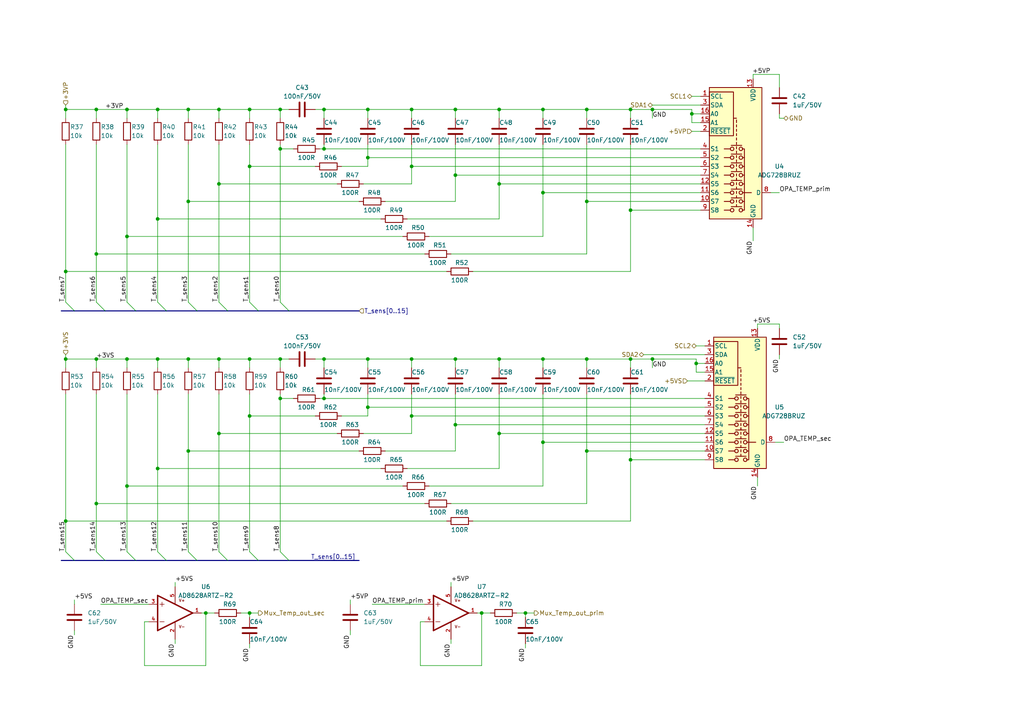
<source format=kicad_sch>
(kicad_sch (version 20230121) (generator eeschema)
  (paper "A4")
  (title_block (title "Temperature sensor input") (date "2023-12-30") (rev "V1.0") (company "Valais Wallis Racing Team") (comment 1 "Bétrisey Mattia"))
  (lib_symbols
    (symbol "AD8628ARTZ-R2:AD8628ARTZ-R2" (pin_names (offset 1.016))
      (property "Reference" "U" (at 2.54 3.175 0))
      (property "Value" "AD8628ARTZ-R2" (at 2.54 -5.08 0))
      (symbol "AD8628ARTZ-R2_0_0"
        (text "V+" (at 1.016 3.175 0) (effects (font (size 0.8128 0.8128)) (justify left bottom)))
        (text "V-" (at 1.016 -4.445 0) (effects (font (size 0.8128 0.8128)) (justify left bottom)))
        (pin output line (at 7.62 0 180) (length 2.54) (name "~") (number "1"))
        (pin power_in line (at 0 -7.62 90) (length 5.08) (name "~") (number "2"))
        (pin input line (at -7.62 2.54 0) (length 2.54) (name "~") (number "3"))
        (pin input line (at -7.62 -2.54 0) (length 2.54) (name "~") (number "4"))
        (pin power_in line (at 0 7.62 270) (length 5.08) (name "~") (number "5"))
      )
    )
    (symbol "Analog_Switch:ADG728" (pin_names (offset 0.254))
      (property "Reference" "U" (at -7.62 23.495 0))
      (property "Value" "ADG728" (at -7.62 21.59 0))
      (symbol "ADG728_1_1"
        (pin input line (at -10.16 17.78 0) (length 2.54) (name "SCL") (number "1"))
        (pin bidirectional line (at -10.16 -12.7 0) (length 2.54) (name "S7") (number "10"))
        (pin bidirectional line (at -10.16 -10.16 0) (length 2.54) (name "S6") (number "11"))
        (pin bidirectional line (at -10.16 -7.62 0) (length 2.54) (name "S5") (number "12"))
        (pin power_in line (at 5.08 22.86 270) (length 2.54) (name "VDD") (number "13"))
        (pin power_in line (at 5.08 -20.32 90) (length 2.54) (name "GND") (number "14"))
        (pin input line (at -10.16 10.16 0) (length 2.54) (name "A1") (number "15"))
        (pin input line (at -10.16 12.7 0) (length 2.54) (name "A0") (number "16"))
        (pin input line (at -10.16 7.62 0) (length 2.54) (name "~{RESET}") (number "2"))
        (pin bidirectional line (at -10.16 15.24 0) (length 2.54) (name "SDA") (number "3"))
        (pin bidirectional line (at -10.16 2.54 0) (length 2.54) (name "S1") (number "4"))
        (pin bidirectional line (at -10.16 0 0) (length 2.54) (name "S2") (number "5"))
        (pin bidirectional line (at -10.16 -2.54 0) (length 2.54) (name "S3") (number "6"))
        (pin bidirectional line (at -10.16 -5.08 0) (length 2.54) (name "S4") (number "7"))
        (pin bidirectional line (at 10.16 -10.16 180) (length 2.54) (name "D") (number "8"))
        (pin bidirectional line (at -10.16 -15.24 0) (length 2.54) (name "S8") (number "9"))
      )
    )
    (symbol "Device:C" (pin_numbers hide) (pin_names (offset 0.254))
      (property "Reference" "C" (at 0.635 2.54 0))
      (property "Value" "C" (at 0.635 -2.54 0))
      (symbol "C_1_1"
        (pin passive line (at 0 3.81 270) (length 2.794) (name "~") (number "1"))
        (pin passive line (at 0 -3.81 90) (length 2.794) (name "~") (number "2"))
      )
    )
    (symbol "Device:R" (pin_numbers hide) (pin_names (offset 0))
      (property "Reference" "R" (at 2.032 0 90))
      (property "Value" "R" (at 0 0 90))
      (symbol "R_1_1"
        (pin passive line (at 0 3.81 270) (length 1.27) (name "~") (number "1"))
        (pin passive line (at 0 -3.81 90) (length 1.27) (name "~") (number "2"))
      )
    )
  )
  (junction (at 152.4 177.8))
  (junction (at 106.68 104.14))
  (junction (at 27.94 104.14))
  (junction (at 93.98 31.75))
  (junction (at 132.08 104.14))
  (junction (at 119.38 120.65))
  (junction (at 189.23 104.14))
  (junction (at 106.68 31.75))
  (junction (at 182.88 133.35))
  (junction (at 119.38 31.75))
  (junction (at 106.68 45.72))
  (junction (at 182.88 60.96))
  (junction (at 27.94 31.75))
  (junction (at 189.23 31.75))
  (junction (at 170.18 58.42))
  (junction (at 132.08 50.8))
  (junction (at 63.5 53.34))
  (junction (at 59.69 177.8))
  (junction (at 63.5 31.75))
  (junction (at 200.66 33.02))
  (junction (at 81.28 43.18))
  (junction (at 36.83 31.75))
  (junction (at 19.05 31.75))
  (junction (at 45.72 104.14))
  (junction (at 81.28 104.14))
  (junction (at 157.48 31.75))
  (junction (at 63.5 104.14))
  (junction (at 139.7 177.8))
  (junction (at 45.72 31.75))
  (junction (at 72.39 104.14))
  (junction (at 45.72 63.5))
  (junction (at 144.78 53.34))
  (junction (at 201.93 105.41))
  (junction (at 19.05 151.13))
  (junction (at 81.28 31.75))
  (junction (at 63.5 125.73))
  (junction (at 54.61 58.42))
  (junction (at 93.98 43.18))
  (junction (at 119.38 48.26))
  (junction (at 93.98 115.57))
  (junction (at 27.94 146.05))
  (junction (at 54.61 104.14))
  (junction (at 170.18 130.81))
  (junction (at 132.08 123.19))
  (junction (at 182.88 104.14))
  (junction (at 170.18 104.14))
  (junction (at 144.78 31.75))
  (junction (at 72.39 48.26))
  (junction (at 132.08 31.75))
  (junction (at 157.48 128.27))
  (junction (at 19.05 78.74))
  (junction (at 182.88 31.75))
  (junction (at 170.18 31.75))
  (junction (at 45.72 135.89))
  (junction (at 144.78 104.14))
  (junction (at 27.94 73.66))
  (junction (at 36.83 104.14))
  (junction (at 54.61 31.75))
  (junction (at 93.98 104.14))
  (junction (at 106.68 118.11))
  (junction (at 54.61 130.81))
  (junction (at 72.39 120.65))
  (junction (at 72.39 177.8))
  (junction (at 36.83 68.58))
  (junction (at 144.78 125.73))
  (junction (at 157.48 55.88))
  (junction (at 36.83 140.97))
  (junction (at 119.38 104.14))
  (junction (at 157.48 104.14))
  (junction (at 81.28 115.57))
  (junction (at 72.39 31.75))
  (junction (at 19.05 104.14))
  (bus_entry (at 45.72 160.02) (size 2.54 2.54))
  (bus_entry (at 72.39 160.02) (size 2.54 2.54))
  (bus_entry (at 63.5 87.63) (size 2.54 2.54))
  (bus_entry (at 27.94 160.02) (size 2.54 2.54))
  (bus_entry (at 19.05 87.63) (size 2.54 2.54))
  (bus_entry (at 45.72 87.63) (size 2.54 2.54))
  (bus_entry (at 54.61 160.02) (size 2.54 2.54))
  (bus_entry (at 72.39 87.63) (size 2.54 2.54))
  (bus_entry (at 54.61 87.63) (size 2.54 2.54))
  (bus_entry (at 19.05 160.02) (size 2.54 2.54))
  (bus_entry (at 81.28 87.63) (size 2.54 2.54))
  (bus_entry (at 27.94 87.63) (size 2.54 2.54))
  (bus_entry (at 36.83 87.63) (size 2.54 2.54))
  (bus_entry (at 63.5 160.02) (size 2.54 2.54))
  (bus_entry (at 81.28 160.02) (size 2.54 2.54))
  (bus_entry (at 36.83 160.02) (size 2.54 2.54))
  (wire (pts (xy 119.38 41.91) (xy 119.38 48.26)))
  (wire (pts (xy 189.23 104.14) (xy 201.93 104.14)))
  (wire (pts (xy 118.11 135.89) (xy 144.78 135.89)))
  (wire (pts (xy 72.39 177.8) (xy 74.93 177.8)))
  (wire (pts (xy 93.98 41.91) (xy 93.98 43.18)))
  (wire (pts (xy 54.61 58.42) (xy 104.14 58.42)))
  (wire (pts (xy 45.72 63.5) (xy 45.72 87.63)))
  (wire (pts (xy 36.83 140.97) (xy 116.84 140.97)))
  (wire (pts (xy 144.78 125.73) (xy 144.78 135.89)))
  (wire (pts (xy 27.94 31.75) (xy 27.94 34.29)))
  (bus (pts (xy 39.37 90.17) (xy 48.26 90.17)))
  (wire (pts (xy 91.44 104.14) (xy 93.98 104.14)))
  (wire (pts (xy 157.48 55.88) (xy 203.2 55.88)))
  (wire (pts (xy 130.81 146.05) (xy 170.18 146.05)))
  (wire (pts (xy 119.38 114.3) (xy 119.38 120.65)))
  (wire (pts (xy 106.68 45.72) (xy 106.68 48.26)))
  (wire (pts (xy 132.08 114.3) (xy 132.08 123.19)))
  (wire (pts (xy 170.18 114.3) (xy 170.18 130.81)))
  (wire (pts (xy 50.8 168.91) (xy 50.8 170.18)))
  (wire (pts (xy 182.88 31.75) (xy 189.23 31.75)))
  (wire (pts (xy 132.08 31.75) (xy 132.08 34.29)))
  (wire (pts (xy 36.83 114.3) (xy 36.83 140.97)))
  (wire (pts (xy 27.94 104.14) (xy 19.05 104.14)))
  (wire (pts (xy 186.69 102.87) (xy 204.47 102.87)))
  (wire (pts (xy 72.39 31.75) (xy 81.28 31.75)))
  (wire (pts (xy 72.39 120.65) (xy 72.39 160.02)))
  (wire (pts (xy 72.39 31.75) (xy 72.39 34.29)))
  (wire (pts (xy 63.5 41.91) (xy 63.5 53.34)))
  (wire (pts (xy 54.61 104.14) (xy 63.5 104.14)))
  (wire (pts (xy 152.4 179.07) (xy 152.4 177.8)))
  (wire (pts (xy 72.39 179.07) (xy 72.39 177.8)))
  (wire (pts (xy 101.6 173.99) (xy 101.6 175.26)))
  (wire (pts (xy 27.94 114.3) (xy 27.94 146.05)))
  (wire (pts (xy 157.48 128.27) (xy 204.47 128.27)))
  (wire (pts (xy 199.39 110.49) (xy 204.47 110.49)))
  (wire (pts (xy 92.71 115.57) (xy 93.98 115.57)))
  (wire (pts (xy 36.83 31.75) (xy 36.83 34.29)))
  (wire (pts (xy 106.68 45.72) (xy 203.2 45.72)))
  (wire (pts (xy 106.68 114.3) (xy 106.68 118.11)))
  (wire (pts (xy 170.18 41.91) (xy 170.18 58.42)))
  (wire (pts (xy 130.81 168.91) (xy 130.81 170.18)))
  (wire (pts (xy 170.18 104.14) (xy 182.88 104.14)))
  (wire (pts (xy 50.8 185.42) (xy 50.8 186.69)))
  (bus (pts (xy 74.93 162.56) (xy 83.82 162.56)))
  (wire (pts (xy 226.06 21.59) (xy 226.06 25.4)))
  (wire (pts (xy 157.48 31.75) (xy 157.48 34.29)))
  (wire (pts (xy 132.08 50.8) (xy 132.08 58.42)))
  (wire (pts (xy 182.88 104.14) (xy 189.23 104.14)))
  (wire (pts (xy 226.06 104.14) (xy 226.06 102.87)))
  (wire (pts (xy 170.18 130.81) (xy 204.47 130.81)))
  (bus (pts (xy 39.37 162.56) (xy 48.26 162.56)))
  (wire (pts (xy 144.78 125.73) (xy 204.47 125.73)))
  (wire (pts (xy 144.78 31.75) (xy 157.48 31.75)))
  (wire (pts (xy 118.11 63.5) (xy 144.78 63.5)))
  (wire (pts (xy 59.69 177.8) (xy 62.23 177.8)))
  (wire (pts (xy 201.93 104.14) (xy 201.93 105.41)))
  (wire (pts (xy 170.18 58.42) (xy 170.18 73.66)))
  (wire (pts (xy 99.06 120.65) (xy 106.68 120.65)))
  (wire (pts (xy 27.94 31.75) (xy 36.83 31.75)))
  (wire (pts (xy 132.08 31.75) (xy 144.78 31.75)))
  (wire (pts (xy 132.08 123.19) (xy 204.47 123.19)))
  (wire (pts (xy 93.98 114.3) (xy 93.98 115.57)))
  (wire (pts (xy 130.81 73.66) (xy 170.18 73.66)))
  (wire (pts (xy 27.94 104.14) (xy 27.94 106.68)))
  (wire (pts (xy 137.16 78.74) (xy 182.88 78.74)))
  (wire (pts (xy 182.88 114.3) (xy 182.88 133.35)))
  (wire (pts (xy 130.81 185.42) (xy 130.81 186.69)))
  (bus (pts (xy 74.93 90.17) (xy 83.82 90.17)))
  (wire (pts (xy 92.71 43.18) (xy 93.98 43.18)))
  (wire (pts (xy 45.72 114.3) (xy 45.72 135.89)))
  (wire (pts (xy 63.5 31.75) (xy 72.39 31.75)))
  (wire (pts (xy 106.68 118.11) (xy 106.68 120.65)))
  (wire (pts (xy 36.83 68.58) (xy 116.84 68.58)))
  (wire (pts (xy 200.66 33.02) (xy 200.66 35.56)))
  (wire (pts (xy 189.23 104.14) (xy 189.23 106.68)))
  (wire (pts (xy 138.43 177.8) (xy 139.7 177.8)))
  (wire (pts (xy 119.38 120.65) (xy 204.47 120.65)))
  (wire (pts (xy 81.28 31.75) (xy 83.82 31.75)))
  (wire (pts (xy 152.4 187.96) (xy 152.4 186.69)))
  (wire (pts (xy 201.93 107.95) (xy 204.47 107.95)))
  (wire (pts (xy 19.05 114.3) (xy 19.05 151.13)))
  (wire (pts (xy 121.92 180.34) (xy 121.92 193.04)))
  (wire (pts (xy 19.05 78.74) (xy 129.54 78.74)))
  (wire (pts (xy 21.59 173.99) (xy 21.59 175.26)))
  (bus (pts (xy 48.26 90.17) (xy 57.15 90.17)))
  (bus (pts (xy 83.82 90.17) (xy 104.14 90.17)))
  (wire (pts (xy 182.88 104.14) (xy 182.88 106.68)))
  (wire (pts (xy 69.85 177.8) (xy 72.39 177.8)))
  (wire (pts (xy 81.28 114.3) (xy 81.28 115.57)))
  (wire (pts (xy 106.68 31.75) (xy 119.38 31.75)))
  (wire (pts (xy 124.46 140.97) (xy 157.48 140.97)))
  (wire (pts (xy 139.7 177.8) (xy 139.7 193.04)))
  (wire (pts (xy 41.91 180.34) (xy 43.18 180.34)))
  (wire (pts (xy 144.78 31.75) (xy 144.78 34.29)))
  (wire (pts (xy 170.18 31.75) (xy 182.88 31.75)))
  (wire (pts (xy 93.98 104.14) (xy 106.68 104.14)))
  (wire (pts (xy 72.39 104.14) (xy 81.28 104.14)))
  (wire (pts (xy 21.59 182.88) (xy 21.59 184.15)))
  (wire (pts (xy 149.86 177.8) (xy 152.4 177.8)))
  (bus (pts (xy 83.82 162.56) (xy 104.14 162.56)))
  (wire (pts (xy 119.38 104.14) (xy 132.08 104.14)))
  (wire (pts (xy 200.66 31.75) (xy 200.66 33.02)))
  (wire (pts (xy 27.94 104.14) (xy 36.83 104.14)))
  (wire (pts (xy 144.78 114.3) (xy 144.78 125.73)))
  (wire (pts (xy 182.88 41.91) (xy 182.88 60.96)))
  (bus (pts (xy 21.59 162.56) (xy 30.48 162.56)))
  (bus (pts (xy 57.15 162.56) (xy 66.04 162.56)))
  (wire (pts (xy 157.48 114.3) (xy 157.48 128.27)))
  (wire (pts (xy 81.28 31.75) (xy 81.28 34.29)))
  (wire (pts (xy 132.08 104.14) (xy 144.78 104.14)))
  (wire (pts (xy 19.05 151.13) (xy 129.54 151.13)))
  (wire (pts (xy 170.18 31.75) (xy 170.18 34.29)))
  (wire (pts (xy 201.93 105.41) (xy 204.47 105.41)))
  (wire (pts (xy 157.48 104.14) (xy 157.48 106.68)))
  (wire (pts (xy 27.94 73.66) (xy 27.94 87.63)))
  (wire (pts (xy 54.61 130.81) (xy 104.14 130.81)))
  (wire (pts (xy 182.88 133.35) (xy 182.88 151.13)))
  (wire (pts (xy 81.28 104.14) (xy 81.28 106.68)))
  (wire (pts (xy 54.61 31.75) (xy 54.61 34.29)))
  (wire (pts (xy 105.41 53.34) (xy 119.38 53.34)))
  (wire (pts (xy 36.83 104.14) (xy 45.72 104.14)))
  (bus (pts (xy 66.04 162.56) (xy 74.93 162.56)))
  (wire (pts (xy 157.48 31.75) (xy 170.18 31.75)))
  (wire (pts (xy 132.08 50.8) (xy 203.2 50.8)))
  (wire (pts (xy 81.28 43.18) (xy 81.28 87.63)))
  (wire (pts (xy 219.71 93.98) (xy 219.71 95.25)))
  (wire (pts (xy 182.88 60.96) (xy 182.88 78.74)))
  (wire (pts (xy 224.79 128.27) (xy 227.33 128.27)))
  (wire (pts (xy 93.98 31.75) (xy 93.98 34.29)))
  (wire (pts (xy 152.4 177.8) (xy 154.94 177.8)))
  (wire (pts (xy 226.06 33.02) (xy 226.06 34.29)))
  (wire (pts (xy 19.05 78.74) (xy 19.05 87.63)))
  (wire (pts (xy 19.05 104.14) (xy 19.05 106.68)))
  (wire (pts (xy 29.21 175.26) (xy 43.18 175.26)))
  (wire (pts (xy 106.68 104.14) (xy 106.68 106.68)))
  (bus (pts (xy 30.48 162.56) (xy 39.37 162.56)))
  (wire (pts (xy 27.94 146.05) (xy 123.19 146.05)))
  (wire (pts (xy 219.71 138.43) (xy 219.71 140.97)))
  (wire (pts (xy 106.68 104.14) (xy 119.38 104.14)))
  (wire (pts (xy 189.23 31.75) (xy 200.66 31.75)))
  (wire (pts (xy 93.98 43.18) (xy 203.2 43.18)))
  (wire (pts (xy 54.61 58.42) (xy 54.61 87.63)))
  (wire (pts (xy 93.98 104.14) (xy 93.98 106.68)))
  (wire (pts (xy 45.72 63.5) (xy 110.49 63.5)))
  (wire (pts (xy 54.61 31.75) (xy 63.5 31.75)))
  (wire (pts (xy 170.18 104.14) (xy 170.18 106.68)))
  (wire (pts (xy 72.39 48.26) (xy 91.44 48.26)))
  (wire (pts (xy 45.72 104.14) (xy 54.61 104.14)))
  (wire (pts (xy 157.48 128.27) (xy 157.48 140.97)))
  (wire (pts (xy 54.61 41.91) (xy 54.61 58.42)))
  (wire (pts (xy 81.28 115.57) (xy 85.09 115.57)))
  (wire (pts (xy 45.72 31.75) (xy 45.72 34.29)))
  (wire (pts (xy 41.91 180.34) (xy 41.91 193.04)))
  (wire (pts (xy 63.5 104.14) (xy 72.39 104.14)))
  (wire (pts (xy 101.6 182.88) (xy 101.6 184.15)))
  (wire (pts (xy 226.06 93.98) (xy 226.06 95.25)))
  (wire (pts (xy 218.44 66.04) (xy 218.44 69.85)))
  (wire (pts (xy 63.5 125.73) (xy 63.5 160.02)))
  (wire (pts (xy 27.94 146.05) (xy 27.94 160.02)))
  (wire (pts (xy 119.38 31.75) (xy 132.08 31.75)))
  (wire (pts (xy 81.28 115.57) (xy 81.28 160.02)))
  (wire (pts (xy 19.05 151.13) (xy 19.05 160.02)))
  (wire (pts (xy 72.39 187.96) (xy 72.39 186.69)))
  (wire (pts (xy 36.83 41.91) (xy 36.83 68.58)))
  (wire (pts (xy 72.39 114.3) (xy 72.39 120.65)))
  (wire (pts (xy 201.93 100.33) (xy 204.47 100.33)))
  (wire (pts (xy 139.7 177.8) (xy 142.24 177.8)))
  (wire (pts (xy 144.78 53.34) (xy 203.2 53.34)))
  (wire (pts (xy 182.88 133.35) (xy 204.47 133.35)))
  (wire (pts (xy 157.48 41.91) (xy 157.48 55.88)))
  (wire (pts (xy 144.78 104.14) (xy 157.48 104.14)))
  (wire (pts (xy 219.71 93.98) (xy 226.06 93.98)))
  (wire (pts (xy 45.72 135.89) (xy 45.72 160.02)))
  (wire (pts (xy 36.83 68.58) (xy 36.83 87.63)))
  (wire (pts (xy 19.05 31.75) (xy 27.94 31.75)))
  (wire (pts (xy 119.38 48.26) (xy 203.2 48.26)))
  (wire (pts (xy 72.39 120.65) (xy 91.44 120.65)))
  (bus (pts (xy 17.78 90.17) (xy 21.59 90.17)))
  (wire (pts (xy 200.66 38.1) (xy 203.2 38.1)))
  (wire (pts (xy 63.5 31.75) (xy 63.5 34.29)))
  (wire (pts (xy 201.93 105.41) (xy 201.93 107.95)))
  (wire (pts (xy 19.05 30.48) (xy 19.05 31.75)))
  (wire (pts (xy 105.41 125.73) (xy 119.38 125.73)))
  (wire (pts (xy 36.83 104.14) (xy 36.83 106.68)))
  (wire (pts (xy 121.92 180.34) (xy 123.19 180.34)))
  (wire (pts (xy 36.83 31.75) (xy 45.72 31.75)))
  (wire (pts (xy 107.95 175.26) (xy 123.19 175.26)))
  (wire (pts (xy 119.38 104.14) (xy 119.38 106.68)))
  (wire (pts (xy 119.38 120.65) (xy 119.38 125.73)))
  (bus (pts (xy 17.78 162.56) (xy 21.59 162.56)))
  (wire (pts (xy 45.72 104.14) (xy 45.72 106.68)))
  (wire (pts (xy 189.23 30.48) (xy 203.2 30.48)))
  (wire (pts (xy 58.42 177.8) (xy 59.69 177.8)))
  (wire (pts (xy 132.08 41.91) (xy 132.08 50.8)))
  (wire (pts (xy 121.92 193.04) (xy 139.7 193.04)))
  (wire (pts (xy 200.66 33.02) (xy 203.2 33.02)))
  (wire (pts (xy 54.61 104.14) (xy 54.61 106.68)))
  (wire (pts (xy 19.05 102.87) (xy 19.05 104.14)))
  (wire (pts (xy 59.69 177.8) (xy 59.69 193.04)))
  (wire (pts (xy 111.76 130.81) (xy 132.08 130.81)))
  (wire (pts (xy 170.18 130.81) (xy 170.18 146.05)))
  (wire (pts (xy 27.94 73.66) (xy 123.19 73.66)))
  (wire (pts (xy 144.78 41.91) (xy 144.78 53.34)))
  (wire (pts (xy 36.83 140.97) (xy 36.83 160.02)))
  (wire (pts (xy 27.94 41.91) (xy 27.94 73.66)))
  (wire (pts (xy 63.5 125.73) (xy 97.79 125.73)))
  (wire (pts (xy 137.16 151.13) (xy 182.88 151.13)))
  (wire (pts (xy 226.06 34.29) (xy 227.33 34.29)))
  (wire (pts (xy 72.39 41.91) (xy 72.39 48.26)))
  (wire (pts (xy 54.61 114.3) (xy 54.61 130.81)))
  (wire (pts (xy 132.08 104.14) (xy 132.08 106.68)))
  (wire (pts (xy 200.66 35.56) (xy 203.2 35.56)))
  (wire (pts (xy 106.68 31.75) (xy 106.68 34.29)))
  (bus (pts (xy 30.48 90.17) (xy 39.37 90.17)))
  (wire (pts (xy 54.61 130.81) (xy 54.61 160.02)))
  (wire (pts (xy 45.72 31.75) (xy 54.61 31.75)))
  (wire (pts (xy 189.23 31.75) (xy 189.23 34.29)))
  (wire (pts (xy 119.38 48.26) (xy 119.38 53.34)))
  (wire (pts (xy 19.05 31.75) (xy 19.05 34.29)))
  (wire (pts (xy 19.05 41.91) (xy 19.05 78.74)))
  (wire (pts (xy 63.5 104.14) (xy 63.5 106.68)))
  (wire (pts (xy 63.5 53.34) (xy 97.79 53.34)))
  (bus (pts (xy 48.26 162.56) (xy 57.15 162.56)))
  (wire (pts (xy 132.08 123.19) (xy 132.08 130.81)))
  (wire (pts (xy 106.68 118.11) (xy 204.47 118.11)))
  (wire (pts (xy 200.66 27.94) (xy 203.2 27.94)))
  (wire (pts (xy 72.39 104.14) (xy 72.39 106.68)))
  (wire (pts (xy 223.52 55.88) (xy 226.06 55.88)))
  (wire (pts (xy 157.48 104.14) (xy 170.18 104.14)))
  (wire (pts (xy 91.44 31.75) (xy 93.98 31.75)))
  (wire (pts (xy 41.91 193.04) (xy 59.69 193.04)))
  (wire (pts (xy 63.5 114.3) (xy 63.5 125.73)))
  (wire (pts (xy 170.18 58.42) (xy 203.2 58.42)))
  (wire (pts (xy 218.44 21.59) (xy 218.44 22.86)))
  (wire (pts (xy 182.88 31.75) (xy 182.88 34.29)))
  (wire (pts (xy 124.46 68.58) (xy 157.48 68.58)))
  (wire (pts (xy 93.98 31.75) (xy 106.68 31.75)))
  (wire (pts (xy 81.28 41.91) (xy 81.28 43.18)))
  (wire (pts (xy 81.28 43.18) (xy 85.09 43.18)))
  (wire (pts (xy 45.72 135.89) (xy 110.49 135.89)))
  (bus (pts (xy 21.59 90.17) (xy 30.48 90.17)))
  (wire (pts (xy 99.06 48.26) (xy 106.68 48.26)))
  (wire (pts (xy 106.68 41.91) (xy 106.68 45.72)))
  (wire (pts (xy 81.28 104.14) (xy 83.82 104.14)))
  (bus (pts (xy 66.04 90.17) (xy 74.93 90.17)))
  (wire (pts (xy 144.78 104.14) (xy 144.78 106.68)))
  (wire (pts (xy 111.76 58.42) (xy 132.08 58.42)))
  (wire (pts (xy 119.38 31.75) (xy 119.38 34.29)))
  (wire (pts (xy 218.44 21.59) (xy 226.06 21.59)))
  (bus (pts (xy 57.15 90.17) (xy 66.04 90.17)))
  (wire (pts (xy 72.39 48.26) (xy 72.39 87.63)))
  (wire (pts (xy 182.88 60.96) (xy 203.2 60.96)))
  (wire (pts (xy 45.72 41.91) (xy 45.72 63.5)))
  (wire (pts (xy 93.98 115.57) (xy 204.47 115.57)))
  (wire (pts (xy 157.48 55.88) (xy 157.48 68.58)))
  (wire (pts (xy 144.78 53.34) (xy 144.78 63.5)))
  (wire (pts (xy 63.5 53.34) (xy 63.5 87.63)))
  (label "T_sens2" (at 63.5 87.63 90))
  (label "T_sens8" (at 81.28 160.02 90))
  (label "GND" (at 101.6 184.15 270))
  (label "T_sens5" (at 36.83 87.63 90))
  (label "+5VP" (at 223.52 21.59 180))
  (label "T_sens4" (at 45.72 87.63 90))
  (label "+5VS" (at 50.8 168.91 0))
  (label "T_sens12" (at 45.72 160.02 90))
  (label "GND" (at 226.06 104.14 270))
  (label "T_sens1" (at 72.39 87.63 90))
  (label "OPA_TEMP_prim" (at 226.06 55.88 0))
  (label "+5VS" (at 223.52 93.98 180))
  (label "GND" (at 218.44 69.85 270))
  (label "GND" (at 219.71 140.97 270))
  (label "GND" (at 152.4 187.96 270))
  (label "+3VP" (at 30.48 31.75 0))
  (label "+5VP" (at 101.6 173.99 0))
  (label "T_sens9" (at 72.39 160.02 90))
  (label "T_sens13" (at 36.83 160.02 90))
  (label "T_sens11" (at 54.61 160.02 90))
  (label "T_sens6" (at 27.94 87.63 90))
  (label "GND" (at 72.39 187.96 270))
  (label "GND" (at 21.59 184.15 270))
  (label "T_sens0" (at 81.28 87.63 90))
  (label "T_sens14" (at 27.94 160.02 90))
  (label "OPA_TEMP_prim" (at 107.95 175.26 0))
  (label "GND" (at 189.23 106.68 0))
  (label "GND" (at 189.23 34.29 0))
  (label "T_sens10" (at 63.5 160.02 90))
  (label "+5VS" (at 21.59 173.99 0))
  (label "OPA_TEMP_sec" (at 29.21 175.26 0))
  (label "GND" (at 50.8 186.69 270))
  (label "T_sens15" (at 19.05 160.02 90))
  (label "T_sens[0..15]" (at 90.17 162.56 0))
  (label "+5VP" (at 130.81 168.91 0))
  (label "T_sens3" (at 54.61 87.63 90))
  (label "OPA_TEMP_sec" (at 227.33 128.27 0))
  (label "T_sens7" (at 19.05 87.63 90))
  (label "+3VS" (at 27.94 104.14 0))
  (label "GND" (at 130.81 186.69 270))
  (hierarchical_label "T_sens[0..15]" (shape input) (at 104.14 90.17 0))
  (hierarchical_label "SDA2" (shape bidirectional) (at 186.69 102.87 180))
  (hierarchical_label "Mux_Temp_out_prim" (shape output) (at 154.94 177.8 0))
  (hierarchical_label "+5VS" (shape input) (at 199.39 110.49 180))
  (hierarchical_label "+3VP" (shape input) (at 19.05 30.48 90))
  (hierarchical_label "SCL1" (shape bidirectional) (at 200.66 27.94 180))
  (hierarchical_label "Mux_Temp_out_sec" (shape output) (at 74.93 177.8 0))
  (hierarchical_label "+5VP" (shape input) (at 200.66 38.1 180))
  (hierarchical_label "+3VS" (shape input) (at 19.05 102.87 90))
  (hierarchical_label "SDA1" (shape bidirectional) (at 189.23 30.48 180))
  (hierarchical_label "SCL2" (shape bidirectional) (at 201.93 100.33 180))
  (hierarchical_label "GND" (shape bidirectional) (at 227.33 34.29 0))
  (symbol (lib_id "Analog_Switch:ADG728") (at 214.63 118.11 0) (unit 1)
    (property "Reference" "U5" (at 226.06 118.11 0))
    (property "Value" "ADG728BRUZ" (at 227.33 120.65 0))
    (property "Footprint" "Package_SO:TSSOP-16_4.4x5mm_P0.65mm" (effects hide))
    (property "Datasheet" "https://www.analog.com/media/en/technical-documentation/data-sheets/ADG728_729.pdf" (effects hide))
    (property "Seller" "Mouser" (effects hide))
    (property "part number" "584-ADG728BRUZ" (effects hide))
    (property "unit price" "5.63" (effects hide))
    (property "DESCRIPTION" "Multiplexer Switch ICs SERIAL I2C, 8-ch MUX" (effects hide))
    (property "Manufacturer_Name" "Analog Devices" (effects hide))
    (instances (project "BMS-Slave" (path "" (reference "U5") (unit 1)) (path "" (reference "U14") (unit 1))))
  )
  (symbol (lib_id "Device:C") (at 144.78 110.49 0) (unit 1)
    (property "Reference" "C58" (at 144.78 107.95 0) (effects (justify left)))
    (property "Value" "10nF/100V" (at 144.78 113.03 0) (effects (justify left)))
    (property "Footprint" "Capacitor_SMD:C_0603_1608Metric" (effects hide))
    (property "part number" "generic" (effects hide))
    (property "DESCRIPTION" "Capa 10nF/100V" (effects hide))
    (instances (project "BMS-Slave" (path "" (reference "C58") (unit 1)) (path "" (reference "C131") (unit 1))))
  )
  (symbol (lib_id "Device:R") (at 95.25 120.65 90) (unit 1)
    (property "Reference" "R62" (at 97.79 118.11 90) (effects (justify left)))
    (property "Value" "100R" (at 97.79 123.19 90) (effects (justify left)))
    (property "Footprint" "Resistor_SMD:R_0603_1608Metric" (effects hide))
    (property "part number" "generic" (effects hide))
    (property "DESCRIPTION" "Resistor SMD 100R 0603" (effects hide))
    (instances (project "BMS-Slave" (path "" (reference "R62") (unit 1)) (path "" (reference "R230") (unit 1))))
  )
  (symbol (lib_id "Device:C") (at 226.06 99.06 0) (unit 1)
    (property "Reference" "C52" (at 229.87 97.79 0) (effects (justify left)))
    (property "Value" "1uF/50V" (at 229.87 100.33 0) (effects (justify left)))
    (property "Footprint" "Capacitor_SMD:C_0603_1608Metric" (effects hide))
    (property "part number" "generic" (effects hide))
    (property "DESCRIPTION" "Capa 1uF/50V" (effects hide))
    (instances (project "BMS-Slave" (path "" (reference "C52") (unit 1)) (path "" (reference "C125") (unit 1))))
  )
  (symbol (lib_id "AD8628ARTZ-R2:AD8628ARTZ-R2") (at 50.8 177.8 0) (unit 1)
    (property "Reference" "U6" (at 59.69 170.18 0))
    (property "Value" "AD8628ARTZ-R2" (at 59.69 172.72 0))
    (property "Footprint" "AD8628ARTZ-R2:SOT95P280X145-5N" (effects hide))
    (property "MF" "Analog Devices" (effects hide))
    (property "DESCRIPTION" "SP Amp Chopper Stabilization Single R-R I/O ±2.5V/5V 5-Pin SOT-23 T/R" (effects hide))
    (property "PACKAGE" "SOT-23-5 Analog Devices" (effects hide))
    (property "PRICE" "None" (effects hide))
    (property "Package" "SOT-5 Analog Devices" (effects hide))
    (property "Check_prices" "https://www.snapeda.com/parts/AD8628ARTZ-R2/Analog+Devices/view-part/?ref=eda" (effects hide))
    (property "Price" "None" (effects hide))
    (property "SnapEDA_Link" "https://www.snapeda.com/parts/AD8628ARTZ-R2/Analog+Devices/view-part/?ref=snap" (effects hide))
    (property "MP" "AD8628ARTZ-R2" (effects hide))
    (property "Purchase-URL" "https://www.snapeda.com/api/url_track_click_mouser/?unipart_id=359169&manufacturer=Analog Devices&part_name=AD8628ARTZ-R2&search_term=None" (effects hide))
    (property "Availability" "In Stock" (effects hide))
    (property "AVAILABILITY" "Unavailable" (effects hide))
    (property "Description" "\nZero-Drift, Single-Supply, Rail-to-Rail Input/Output Operational Amplifier\n" (effects hide))
    (property "Seller" "Mouser" (effects hide))
    (property "part number" "584-AD8628ARTZ-R2" (effects hide))
    (property "unit price" "4.01" (effects hide))
    (property "Manufacturer_Name" "Analog Devices" (effects hide))
    (instances (project "BMS-Slave" (path "" (reference "U6") (unit 1)) (path "" (reference "U15") (unit 1))))
  )
  (symbol (lib_id "Device:C") (at 152.4 182.88 0) (unit 1)
    (property "Reference" "C65" (at 152.4 180.34 0) (effects (justify left)))
    (property "Value" "10nF/100V" (at 152.4 185.42 0) (effects (justify left)))
    (property "Footprint" "Capacitor_SMD:C_0603_1608Metric" (effects hide))
    (property "part number" "generic" (effects hide))
    (property "DESCRIPTION" "Capa 10nF/100V" (effects hide))
    (instances (project "BMS-Slave" (path "" (reference "C65") (unit 1)) (path "" (reference "C138") (unit 1))))
  )
  (symbol (lib_id "Device:R") (at 101.6 125.73 90) (unit 1)
    (property "Reference" "R63" (at 104.14 123.19 90) (effects (justify left)))
    (property "Value" "100R" (at 104.14 128.27 90) (effects (justify left)))
    (property "Footprint" "Resistor_SMD:R_0603_1608Metric" (effects hide))
    (property "part number" "generic" (effects hide))
    (property "DESCRIPTION" "Resistor SMD 100R 0603" (effects hide))
    (instances (project "BMS-Slave" (path "" (reference "R63") (unit 1)) (path "" (reference "R231") (unit 1))))
  )
  (symbol (lib_id "Device:R") (at 45.72 38.1 0) (unit 1)
    (property "Reference" "R40" (at 46.99 36.83 0) (effects (justify left)))
    (property "Value" "10k" (at 46.99 39.37 0) (effects (justify left)))
    (property "Footprint" "Resistor_SMD:R_0603_1608Metric" (effects hide))
    (property "part number" "generic" (effects hide))
    (property "DESCRIPTION" "Resistor SMD 10k 0603" (effects hide))
    (instances (project "BMS-Slave" (path "" (reference "R40") (unit 1)) (path "" (reference "R208") (unit 1))))
  )
  (symbol (lib_id "Device:C") (at 182.88 110.49 0) (unit 1)
    (property "Reference" "C61" (at 182.88 107.95 0) (effects (justify left)))
    (property "Value" "10nF/100V" (at 182.88 113.03 0) (effects (justify left)))
    (property "Footprint" "Capacitor_SMD:C_0603_1608Metric" (effects hide))
    (property "part number" "generic" (effects hide))
    (property "DESCRIPTION" "Capa 10nF/100V" (effects hide))
    (instances (project "BMS-Slave" (path "" (reference "C61") (unit 1)) (path "" (reference "C134") (unit 1))))
  )
  (symbol (lib_id "Device:R") (at 146.05 177.8 90) (unit 1)
    (property "Reference" "R70" (at 148.59 175.26 90) (effects (justify left)))
    (property "Value" "100R" (at 148.59 180.34 90) (effects (justify left)))
    (property "Footprint" "Resistor_SMD:R_0603_1608Metric" (effects hide))
    (property "part number" "generic" (effects hide))
    (property "DESCRIPTION" "Resistor SMD 100R 0603" (effects hide))
    (instances (project "BMS-Slave" (path "" (reference "R70") (unit 1)) (path "" (reference "R238") (unit 1))))
  )
  (symbol (lib_id "Device:R") (at 107.95 58.42 90) (unit 1)
    (property "Reference" "R48" (at 110.49 55.88 90) (effects (justify left)))
    (property "Value" "100R" (at 110.49 60.96 90) (effects (justify left)))
    (property "Footprint" "Resistor_SMD:R_0603_1608Metric" (effects hide))
    (property "part number" "generic" (effects hide))
    (property "DESCRIPTION" "Resistor SMD 100R 0603" (effects hide))
    (instances (project "BMS-Slave" (path "" (reference "R48") (unit 1)) (path "" (reference "R216") (unit 1))))
  )
  (symbol (lib_id "Device:C") (at 132.08 38.1 0) (unit 1)
    (property "Reference" "C47" (at 132.08 35.56 0) (effects (justify left)))
    (property "Value" "10nF/100V" (at 132.08 40.64 0) (effects (justify left)))
    (property "Footprint" "Capacitor_SMD:C_0603_1608Metric" (effects hide))
    (property "part number" "generic" (effects hide))
    (property "DESCRIPTION" "Capa 10nF/100V" (effects hide))
    (instances (project "BMS-Slave" (path "" (reference "C47") (unit 1)) (path "" (reference "C120") (unit 1))))
  )
  (symbol (lib_id "Device:C") (at 144.78 38.1 0) (unit 1)
    (property "Reference" "C48" (at 144.78 35.56 0) (effects (justify left)))
    (property "Value" "10nF/100V" (at 144.78 40.64 0) (effects (justify left)))
    (property "Footprint" "Capacitor_SMD:C_0603_1608Metric" (effects hide))
    (property "part number" "generic" (effects hide))
    (property "DESCRIPTION" "Capa 10nF/100V" (effects hide))
    (instances (project "BMS-Slave" (path "" (reference "C48") (unit 1)) (path "" (reference "C121") (unit 1))))
  )
  (symbol (lib_id "Device:R") (at 45.72 110.49 0) (unit 1)
    (property "Reference" "R56" (at 46.99 109.22 0) (effects (justify left)))
    (property "Value" "10k" (at 46.99 111.76 0) (effects (justify left)))
    (property "Footprint" "Resistor_SMD:R_0603_1608Metric" (effects hide))
    (property "part number" "generic" (effects hide))
    (property "DESCRIPTION" "Resistor SMD 10k 0603" (effects hide))
    (instances (project "BMS-Slave" (path "" (reference "R56") (unit 1)) (path "" (reference "R224") (unit 1))))
  )
  (symbol (lib_id "Device:C") (at 170.18 110.49 0) (unit 1)
    (property "Reference" "C60" (at 170.18 107.95 0) (effects (justify left)))
    (property "Value" "10nF/100V" (at 170.18 113.03 0) (effects (justify left)))
    (property "Footprint" "Capacitor_SMD:C_0603_1608Metric" (effects hide))
    (property "part number" "generic" (effects hide))
    (property "DESCRIPTION" "Capa 10nF/100V" (effects hide))
    (instances (project "BMS-Slave" (path "" (reference "C60") (unit 1)) (path "" (reference "C133") (unit 1))))
  )
  (symbol (lib_id "Device:R") (at 54.61 110.49 0) (unit 1)
    (property "Reference" "R57" (at 55.88 109.22 0) (effects (justify left)))
    (property "Value" "10k" (at 55.88 111.76 0) (effects (justify left)))
    (property "Footprint" "Resistor_SMD:R_0603_1608Metric" (effects hide))
    (property "part number" "generic" (effects hide))
    (property "DESCRIPTION" "Resistor SMD 10k 0603" (effects hide))
    (instances (project "BMS-Slave" (path "" (reference "R57") (unit 1)) (path "" (reference "R225") (unit 1))))
  )
  (symbol (lib_id "Device:C") (at 72.39 182.88 0) (unit 1)
    (property "Reference" "C64" (at 72.39 180.34 0) (effects (justify left)))
    (property "Value" "10nF/100V" (at 72.39 185.42 0) (effects (justify left)))
    (property "Footprint" "Capacitor_SMD:C_0603_1608Metric" (effects hide))
    (property "part number" "generic" (effects hide))
    (property "DESCRIPTION" "Capa 10nF/100V" (effects hide))
    (instances (project "BMS-Slave" (path "" (reference "C64") (unit 1)) (path "" (reference "C137") (unit 1))))
  )
  (symbol (lib_id "Device:C") (at 157.48 38.1 0) (unit 1)
    (property "Reference" "C49" (at 157.48 35.56 0) (effects (justify left)))
    (property "Value" "10nF/100V" (at 157.48 40.64 0) (effects (justify left)))
    (property "Footprint" "Capacitor_SMD:C_0603_1608Metric" (effects hide))
    (property "part number" "generic" (effects hide))
    (property "DESCRIPTION" "Capa 10nF/100V" (effects hide))
    (instances (project "BMS-Slave" (path "" (reference "C49") (unit 1)) (path "" (reference "C122") (unit 1))))
  )
  (symbol (lib_id "Device:R") (at 27.94 110.49 0) (unit 1)
    (property "Reference" "R54" (at 29.21 109.22 0) (effects (justify left)))
    (property "Value" "10k" (at 29.21 111.76 0) (effects (justify left)))
    (property "Footprint" "Resistor_SMD:R_0603_1608Metric" (effects hide))
    (property "part number" "generic" (effects hide))
    (property "DESCRIPTION" "Resistor SMD 10k 0603" (effects hide))
    (instances (project "BMS-Slave" (path "" (reference "R54") (unit 1)) (path "" (reference "R222") (unit 1))))
  )
  (symbol (lib_id "Device:R") (at 81.28 38.1 0) (unit 1)
    (property "Reference" "R44" (at 82.55 36.83 0) (effects (justify left)))
    (property "Value" "10k" (at 82.55 39.37 0) (effects (justify left)))
    (property "Footprint" "Resistor_SMD:R_0603_1608Metric" (effects hide))
    (property "part number" "generic" (effects hide))
    (property "DESCRIPTION" "Resistor SMD 10k 0603" (effects hide))
    (instances (project "BMS-Slave" (path "" (reference "R44") (unit 1)) (path "" (reference "R212") (unit 1))))
  )
  (symbol (lib_id "Device:R") (at 127 146.05 90) (unit 1)
    (property "Reference" "R67" (at 129.54 143.51 90) (effects (justify left)))
    (property "Value" "100R" (at 129.54 148.59 90) (effects (justify left)))
    (property "Footprint" "Resistor_SMD:R_0603_1608Metric" (effects hide))
    (property "part number" "generic" (effects hide))
    (property "DESCRIPTION" "Resistor SMD 100R 0603" (effects hide))
    (instances (project "BMS-Slave" (path "" (reference "R67") (unit 1)) (path "" (reference "R235") (unit 1))))
  )
  (symbol (lib_id "Device:R") (at 133.35 151.13 90) (unit 1)
    (property "Reference" "R68" (at 135.89 148.59 90) (effects (justify left)))
    (property "Value" "100R" (at 135.89 153.67 90) (effects (justify left)))
    (property "Footprint" "Resistor_SMD:R_0603_1608Metric" (effects hide))
    (property "part number" "generic" (effects hide))
    (property "DESCRIPTION" "Resistor SMD 100R 0603" (effects hide))
    (instances (project "BMS-Slave" (path "" (reference "R68") (unit 1)) (path "" (reference "R236") (unit 1))))
  )
  (symbol (lib_id "Device:R") (at 19.05 38.1 0) (unit 1)
    (property "Reference" "R37" (at 20.32 36.83 0) (effects (justify left)))
    (property "Value" "10k" (at 20.32 39.37 0) (effects (justify left)))
    (property "Footprint" "Resistor_SMD:R_0603_1608Metric" (effects hide))
    (property "part number" "generic" (effects hide))
    (property "DESCRIPTION" "Resistor SMD 10k 0603" (effects hide))
    (instances (project "BMS-Slave" (path "" (reference "R37") (unit 1)) (path "" (reference "R205") (unit 1))))
  )
  (symbol (lib_id "Device:R") (at 120.65 68.58 90) (unit 1)
    (property "Reference" "R50" (at 123.19 66.04 90) (effects (justify left)))
    (property "Value" "100R" (at 123.19 71.12 90) (effects (justify left)))
    (property "Footprint" "Resistor_SMD:R_0603_1608Metric" (effects hide))
    (property "part number" "generic" (effects hide))
    (property "DESCRIPTION" "Resistor SMD 100R 0603" (effects hide))
    (instances (project "BMS-Slave" (path "" (reference "R50") (unit 1)) (path "" (reference "R218") (unit 1))))
  )
  (symbol (lib_id "Device:C") (at 21.59 179.07 0) (unit 1)
    (property "Reference" "C62" (at 25.4 177.8 0) (effects (justify left)))
    (property "Value" "1uF/50V" (at 25.4 180.34 0) (effects (justify left)))
    (property "Footprint" "Capacitor_SMD:C_0603_1608Metric" (effects hide))
    (property "part number" "generic" (effects hide))
    (property "DESCRIPTION" "Capa 1uF/50V" (effects hide))
    (instances (project "BMS-Slave" (path "" (reference "C62") (unit 1)) (path "" (reference "C135") (unit 1))))
  )
  (symbol (lib_id "Device:R") (at 81.28 110.49 0) (unit 1)
    (property "Reference" "R60" (at 82.55 109.22 0) (effects (justify left)))
    (property "Value" "10k" (at 82.55 111.76 0) (effects (justify left)))
    (property "Footprint" "Resistor_SMD:R_0603_1608Metric" (effects hide))
    (property "part number" "generic" (effects hide))
    (property "DESCRIPTION" "Resistor SMD 10k 0603" (effects hide))
    (instances (project "BMS-Slave" (path "" (reference "R60") (unit 1)) (path "" (reference "R228") (unit 1))))
  )
  (symbol (lib_id "Device:C") (at 132.08 110.49 0) (unit 1)
    (property "Reference" "C57" (at 132.08 107.95 0) (effects (justify left)))
    (property "Value" "10nF/100V" (at 132.08 113.03 0) (effects (justify left)))
    (property "Footprint" "Capacitor_SMD:C_0603_1608Metric" (effects hide))
    (property "part number" "generic" (effects hide))
    (property "DESCRIPTION" "Capa 10nF/100V" (effects hide))
    (instances (project "BMS-Slave" (path "" (reference "C57") (unit 1)) (path "" (reference "C130") (unit 1))))
  )
  (symbol (lib_id "Device:C") (at 170.18 38.1 0) (unit 1)
    (property "Reference" "C50" (at 170.18 35.56 0) (effects (justify left)))
    (property "Value" "10nF/100V" (at 170.18 40.64 0) (effects (justify left)))
    (property "Footprint" "Capacitor_SMD:C_0603_1608Metric" (effects hide))
    (property "part number" "generic" (effects hide))
    (property "DESCRIPTION" "Capa 10nF/100V" (effects hide))
    (instances (project "BMS-Slave" (path "" (reference "C50") (unit 1)) (path "" (reference "C123") (unit 1))))
  )
  (symbol (lib_id "Device:C") (at 101.6 179.07 0) (unit 1)
    (property "Reference" "C63" (at 105.41 177.8 0) (effects (justify left)))
    (property "Value" "1uF/50V" (at 105.41 180.34 0) (effects (justify left)))
    (property "Footprint" "Capacitor_SMD:C_0603_1608Metric" (effects hide))
    (property "part number" "generic" (effects hide))
    (property "DESCRIPTION" "Capa 1uF/50V" (effects hide))
    (instances (project "BMS-Slave" (path "" (reference "C63") (unit 1)) (path "" (reference "C136") (unit 1))))
  )
  (symbol (lib_id "Device:R") (at 88.9 43.18 90) (unit 1)
    (property "Reference" "R45" (at 91.44 40.64 90) (effects (justify left)))
    (property "Value" "100R" (at 91.44 45.72 90) (effects (justify left)))
    (property "Footprint" "Resistor_SMD:R_0603_1608Metric" (effects hide))
    (property "part number" "generic" (effects hide))
    (property "DESCRIPTION" "Resistor SMD 100R 0603" (effects hide))
    (instances (project "BMS-Slave" (path "" (reference "R45") (unit 1)) (path "" (reference "R213") (unit 1))))
  )
  (symbol (lib_id "Device:C") (at 119.38 110.49 0) (unit 1)
    (property "Reference" "C56" (at 119.38 107.95 0) (effects (justify left)))
    (property "Value" "10nF/100V" (at 119.38 113.03 0) (effects (justify left)))
    (property "Footprint" "Capacitor_SMD:C_0603_1608Metric" (effects hide))
    (property "part number" "generic" (effects hide))
    (property "DESCRIPTION" "Capa 10nF/100V" (effects hide))
    (instances (project "BMS-Slave" (path "" (reference "C56") (unit 1)) (path "" (reference "C129") (unit 1))))
  )
  (symbol (lib_id "Device:R") (at 72.39 38.1 0) (unit 1)
    (property "Reference" "R43" (at 73.66 36.83 0) (effects (justify left)))
    (property "Value" "10k" (at 73.66 39.37 0) (effects (justify left)))
    (property "Footprint" "Resistor_SMD:R_0603_1608Metric" (effects hide))
    (property "part number" "generic" (effects hide))
    (property "DESCRIPTION" "Resistor SMD 10k 0603" (effects hide))
    (instances (project "BMS-Slave" (path "" (reference "R43") (unit 1)) (path "" (reference "R211") (unit 1))))
  )
  (symbol (lib_id "Device:R") (at 54.61 38.1 0) (unit 1)
    (property "Reference" "R41" (at 55.88 36.83 0) (effects (justify left)))
    (property "Value" "10k" (at 55.88 39.37 0) (effects (justify left)))
    (property "Footprint" "Resistor_SMD:R_0603_1608Metric" (effects hide))
    (property "part number" "generic" (effects hide))
    (property "DESCRIPTION" "Resistor SMD 10k 0603" (effects hide))
    (instances (project "BMS-Slave" (path "" (reference "R41") (unit 1)) (path "" (reference "R209") (unit 1))))
  )
  (symbol (lib_id "Device:C") (at 93.98 110.49 0) (unit 1)
    (property "Reference" "C54" (at 93.98 107.95 0) (effects (justify left)))
    (property "Value" "10nF/100V" (at 93.98 113.03 0) (effects (justify left)))
    (property "Footprint" "Capacitor_SMD:C_0603_1608Metric" (effects hide))
    (property "part number" "generic" (effects hide))
    (property "DESCRIPTION" "Capa 10nF/100V" (effects hide))
    (instances (project "BMS-Slave" (path "" (reference "C54") (unit 1)) (path "" (reference "C127") (unit 1))))
  )
  (symbol (lib_id "Device:R") (at 127 73.66 90) (unit 1)
    (property "Reference" "R51" (at 129.54 71.12 90) (effects (justify left)))
    (property "Value" "100R" (at 129.54 76.2 90) (effects (justify left)))
    (property "Footprint" "Resistor_SMD:R_0603_1608Metric" (effects hide))
    (property "part number" "generic" (effects hide))
    (property "DESCRIPTION" "Resistor SMD 100R 0603" (effects hide))
    (instances (project "BMS-Slave" (path "" (reference "R51") (unit 1)) (path "" (reference "R219") (unit 1))))
  )
  (symbol (lib_id "Device:R") (at 95.25 48.26 90) (unit 1)
    (property "Reference" "R46" (at 97.79 45.72 90) (effects (justify left)))
    (property "Value" "100R" (at 97.79 50.8 90) (effects (justify left)))
    (property "Footprint" "Resistor_SMD:R_0603_1608Metric" (effects hide))
    (property "part number" "generic" (effects hide))
    (property "DESCRIPTION" "Resistor SMD 100R 0603" (effects hide))
    (instances (project "BMS-Slave" (path "" (reference "R46") (unit 1)) (path "" (reference "R214") (unit 1))))
  )
  (symbol (lib_id "Device:R") (at 88.9 115.57 90) (unit 1)
    (property "Reference" "R61" (at 91.44 113.03 90) (effects (justify left)))
    (property "Value" "100R" (at 91.44 118.11 90) (effects (justify left)))
    (property "Footprint" "Resistor_SMD:R_0603_1608Metric" (effects hide))
    (property "part number" "generic" (effects hide))
    (property "DESCRIPTION" "Resistor SMD 100R 0603" (effects hide))
    (instances (project "BMS-Slave" (path "" (reference "R61") (unit 1)) (path "" (reference "R229") (unit 1))))
  )
  (symbol (lib_id "Device:C") (at 157.48 110.49 0) (unit 1)
    (property "Reference" "C59" (at 157.48 107.95 0) (effects (justify left)))
    (property "Value" "10nF/100V" (at 157.48 113.03 0) (effects (justify left)))
    (property "Footprint" "Capacitor_SMD:C_0603_1608Metric" (effects hide))
    (property "part number" "generic" (effects hide))
    (property "DESCRIPTION" "Capa 10nF/100V" (effects hide))
    (instances (project "BMS-Slave" (path "" (reference "C59") (unit 1)) (path "" (reference "C132") (unit 1))))
  )
  (symbol (lib_id "Device:C") (at 106.68 38.1 0) (unit 1)
    (property "Reference" "C45" (at 106.68 35.56 0) (effects (justify left)))
    (property "Value" "10nF/100V" (at 106.68 40.64 0) (effects (justify left)))
    (property "Footprint" "Capacitor_SMD:C_0603_1608Metric" (effects hide))
    (property "part number" "generic" (effects hide))
    (property "DESCRIPTION" "Capa 10nF/100V" (effects hide))
    (instances (project "BMS-Slave" (path "" (reference "C45") (unit 1)) (path "" (reference "C118") (unit 1))))
  )
  (symbol (lib_id "Device:R") (at 101.6 53.34 90) (unit 1)
    (property "Reference" "R47" (at 104.14 50.8 90) (effects (justify left)))
    (property "Value" "100R" (at 104.14 55.88 90) (effects (justify left)))
    (property "Footprint" "Resistor_SMD:R_0603_1608Metric" (effects hide))
    (property "part number" "generic" (effects hide))
    (property "DESCRIPTION" "Resistor SMD 100R 0603" (effects hide))
    (instances (project "BMS-Slave" (path "" (reference "R47") (unit 1)) (path "" (reference "R215") (unit 1))))
  )
  (symbol (lib_id "Device:R") (at 27.94 38.1 0) (unit 1)
    (property "Reference" "R38" (at 29.21 36.83 0) (effects (justify left)))
    (property "Value" "10k" (at 29.21 39.37 0) (effects (justify left)))
    (property "Footprint" "Resistor_SMD:R_0603_1608Metric" (effects hide))
    (property "part number" "generic" (effects hide))
    (property "DESCRIPTION" "Resistor SMD 10k 0603" (effects hide))
    (instances (project "BMS-Slave" (path "" (reference "R38") (unit 1)) (path "" (reference "R206") (unit 1))))
  )
  (symbol (lib_id "Device:R") (at 63.5 38.1 0) (unit 1)
    (property "Reference" "R42" (at 64.77 36.83 0) (effects (justify left)))
    (property "Value" "10k" (at 64.77 39.37 0) (effects (justify left)))
    (property "Footprint" "Resistor_SMD:R_0603_1608Metric" (effects hide))
    (property "part number" "generic" (effects hide))
    (property "DESCRIPTION" "Resistor SMD 10k 0603" (effects hide))
    (instances (project "BMS-Slave" (path "" (reference "R42") (unit 1)) (path "" (reference "R210") (unit 1))))
  )
  (symbol (lib_id "Device:R") (at 120.65 140.97 90) (unit 1)
    (property "Reference" "R66" (at 123.19 138.43 90) (effects (justify left)))
    (property "Value" "100R" (at 123.19 143.51 90) (effects (justify left)))
    (property "Footprint" "Resistor_SMD:R_0603_1608Metric" (effects hide))
    (property "part number" "generic" (effects hide))
    (property "DESCRIPTION" "Resistor SMD 100R 0603" (effects hide))
    (instances (project "BMS-Slave" (path "" (reference "R66") (unit 1)) (path "" (reference "R234") (unit 1))))
  )
  (symbol (lib_id "Device:C") (at 93.98 38.1 0) (unit 1)
    (property "Reference" "C44" (at 93.98 35.56 0) (effects (justify left)))
    (property "Value" "10nF/100V" (at 93.98 40.64 0) (effects (justify left)))
    (property "Footprint" "Capacitor_SMD:C_0603_1608Metric" (effects hide))
    (property "part number" "generic" (effects hide))
    (property "DESCRIPTION" "Capa 10nF/100V" (effects hide))
    (instances (project "BMS-Slave" (path "" (reference "C44") (unit 1)) (path "" (reference "C117") (unit 1))))
  )
  (symbol (lib_id "Device:R") (at 36.83 110.49 0) (unit 1)
    (property "Reference" "R55" (at 38.1 109.22 0) (effects (justify left)))
    (property "Value" "10k" (at 38.1 111.76 0) (effects (justify left)))
    (property "Footprint" "Resistor_SMD:R_0603_1608Metric" (effects hide))
    (property "part number" "generic" (effects hide))
    (property "DESCRIPTION" "Resistor SMD 10k 0603" (effects hide))
    (instances (project "BMS-Slave" (path "" (reference "R55") (unit 1)) (path "" (reference "R223") (unit 1))))
  )
  (symbol (lib_id "Analog_Switch:ADG728") (at 213.36 45.72 0) (unit 1)
    (property "Reference" "U4" (at 226.06 48.26 0))
    (property "Value" "ADG728BRUZ" (at 226.06 50.8 0))
    (property "Footprint" "Package_SO:TSSOP-16_4.4x5mm_P0.65mm" (effects hide))
    (property "Datasheet" "https://www.analog.com/media/en/technical-documentation/data-sheets/ADG728_729.pdf" (effects hide))
    (property "Seller" "Mouser" (effects hide))
    (property "part number" "584-ADG728BRUZ" (effects hide))
    (property "unit price" "5.63" (effects hide))
    (property "DESCRIPTION" "Multiplexer Switch ICs SERIAL I2C, 8-ch MUX" (effects hide))
    (property "Manufacturer_Name" "Analog Devices" (effects hide))
    (instances (project "BMS-Slave" (path "" (reference "U4") (unit 1)) (path "" (reference "U13") (unit 1))))
  )
  (symbol (lib_id "Device:C") (at 182.88 38.1 0) (unit 1)
    (property "Reference" "C51" (at 182.88 35.56 0) (effects (justify left)))
    (property "Value" "10nF/100V" (at 182.88 40.64 0) (effects (justify left)))
    (property "Footprint" "Capacitor_SMD:C_0603_1608Metric" (effects hide))
    (property "part number" "generic" (effects hide))
    (property "DESCRIPTION" "Capa 10nF/100V" (effects hide))
    (instances (project "BMS-Slave" (path "" (reference "C51") (unit 1)) (path "" (reference "C124") (unit 1))))
  )
  (symbol (lib_id "Device:R") (at 72.39 110.49 0) (unit 1)
    (property "Reference" "R59" (at 73.66 109.22 0) (effects (justify left)))
    (property "Value" "10k" (at 73.66 111.76 0) (effects (justify left)))
    (property "Footprint" "Resistor_SMD:R_0603_1608Metric" (effects hide))
    (property "part number" "generic" (effects hide))
    (property "DESCRIPTION" "Resistor SMD 10k 0603" (effects hide))
    (instances (project "BMS-Slave" (path "" (reference "R59") (unit 1)) (path "" (reference "R227") (unit 1))))
  )
  (symbol (lib_id "Device:R") (at 114.3 63.5 90) (unit 1)
    (property "Reference" "R49" (at 116.84 60.96 90) (effects (justify left)))
    (property "Value" "100R" (at 116.84 66.04 90) (effects (justify left)))
    (property "Footprint" "Resistor_SMD:R_0603_1608Metric" (effects hide))
    (property "part number" "generic" (effects hide))
    (property "DESCRIPTION" "Resistor SMD 100R 0603" (effects hide))
    (instances (project "BMS-Slave" (path "" (reference "R49") (unit 1)) (path "" (reference "R217") (unit 1))))
  )
  (symbol (lib_id "Device:C") (at 87.63 31.75 90) (unit 1)
    (property "Reference" "C43" (at 87.63 25.4 90))
    (property "Value" "100nF/50V" (at 87.63 27.94 90))
    (property "Footprint" "Capacitor_SMD:C_0603_1608Metric" (effects hide))
    (property "part number" "generic" (effects hide))
    (property "DESCRIPTION" "Capa 100nF/50V" (effects hide))
    (instances (project "BMS-Slave" (path "" (reference "C43") (unit 1)) (path "" (reference "C116") (unit 1))))
  )
  (symbol (lib_id "Device:C") (at 106.68 110.49 0) (unit 1)
    (property "Reference" "C55" (at 106.68 107.95 0) (effects (justify left)))
    (property "Value" "10nF/100V" (at 106.68 113.03 0) (effects (justify left)))
    (property "Footprint" "Capacitor_SMD:C_0603_1608Metric" (effects hide))
    (property "part number" "generic" (effects hide))
    (property "DESCRIPTION" "Capa 10nF/100V" (effects hide))
    (instances (project "BMS-Slave" (path "" (reference "C55") (unit 1)) (path "" (reference "C128") (unit 1))))
  )
  (symbol (lib_id "Device:R") (at 133.35 78.74 90) (unit 1)
    (property "Reference" "R52" (at 135.89 76.2 90) (effects (justify left)))
    (property "Value" "100R" (at 135.89 81.28 90) (effects (justify left)))
    (property "Footprint" "Resistor_SMD:R_0603_1608Metric" (effects hide))
    (property "part number" "generic" (effects hide))
    (property "DESCRIPTION" "Resistor SMD 100R 0603" (effects hide))
    (instances (project "BMS-Slave" (path "" (reference "R52") (unit 1)) (path "" (reference "R220") (unit 1))))
  )
  (symbol (lib_id "Device:R") (at 66.04 177.8 90) (unit 1)
    (property "Reference" "R69" (at 68.58 175.26 90) (effects (justify left)))
    (property "Value" "100R" (at 68.58 180.34 90) (effects (justify left)))
    (property "Footprint" "Resistor_SMD:R_0603_1608Metric" (effects hide))
    (property "part number" "generic" (effects hide))
    (property "DESCRIPTION" "Resistor SMD 100R 0603" (effects hide))
    (instances (project "BMS-Slave" (path "" (reference "R69") (unit 1)) (path "" (reference "R237") (unit 1))))
  )
  (symbol (lib_id "Device:R") (at 19.05 110.49 0) (unit 1)
    (property "Reference" "R53" (at 20.32 109.22 0) (effects (justify left)))
    (property "Value" "10k" (at 20.32 111.76 0) (effects (justify left)))
    (property "Footprint" "Resistor_SMD:R_0603_1608Metric" (effects hide))
    (property "part number" "generic" (effects hide))
    (property "DESCRIPTION" "Resistor SMD 10k 0603" (effects hide))
    (instances (project "BMS-Slave" (path "" (reference "R53") (unit 1)) (path "" (reference "R221") (unit 1))))
  )
  (symbol (lib_id "Device:R") (at 63.5 110.49 0) (unit 1)
    (property "Reference" "R58" (at 64.77 109.22 0) (effects (justify left)))
    (property "Value" "10k" (at 64.77 111.76 0) (effects (justify left)))
    (property "Footprint" "Resistor_SMD:R_0603_1608Metric" (effects hide))
    (property "part number" "generic" (effects hide))
    (property "DESCRIPTION" "Resistor SMD 10k 0603" (effects hide))
    (instances (project "BMS-Slave" (path "" (reference "R58") (unit 1)) (path "" (reference "R226") (unit 1))))
  )
  (symbol (lib_id "Device:C") (at 87.63 104.14 90) (unit 1)
    (property "Reference" "C53" (at 87.63 97.79 90))
    (property "Value" "100nF/50V" (at 87.63 100.33 90))
    (property "Footprint" "Capacitor_SMD:C_0603_1608Metric" (effects hide))
    (property "part number" "generic" (effects hide))
    (property "DESCRIPTION" "Capa 100nF/50V" (effects hide))
    (instances (project "BMS-Slave" (path "" (reference "C53") (unit 1)) (path "" (reference "C126") (unit 1))))
  )
  (symbol (lib_id "Device:C") (at 226.06 29.21 0) (unit 1)
    (property "Reference" "C42" (at 229.87 27.94 0) (effects (justify left)))
    (property "Value" "1uF/50V" (at 229.87 30.48 0) (effects (justify left)))
    (property "Footprint" "Capacitor_SMD:C_0603_1608Metric" (effects hide))
    (property "part number" "generic" (effects hide))
    (property "DESCRIPTION" "Capa 1uF/50V" (effects hide))
    (instances (project "BMS-Slave" (path "" (reference "C42") (unit 1)) (path "" (reference "C115") (unit 1))))
  )
  (symbol (lib_id "Device:C") (at 119.38 38.1 0) (unit 1)
    (property "Reference" "C46" (at 119.38 35.56 0) (effects (justify left)))
    (property "Value" "10nF/100V" (at 119.38 40.64 0) (effects (justify left)))
    (property "Footprint" "Capacitor_SMD:C_0603_1608Metric" (effects hide))
    (property "part number" "generic" (effects hide))
    (property "DESCRIPTION" "Capa 10nF/100V" (effects hide))
    (instances (project "BMS-Slave" (path "" (reference "C46") (unit 1)) (path "" (reference "C119") (unit 1))))
  )
  (symbol (lib_id "AD8628ARTZ-R2:AD8628ARTZ-R2") (at 130.81 177.8 0) (unit 1)
    (property "Reference" "U7" (at 139.7 170.18 0))
    (property "Value" "AD8628ARTZ-R2" (at 139.7 172.72 0))
    (property "Footprint" "AD8628ARTZ-R2:SOT95P280X145-5N" (effects hide))
    (property "MF" "Analog Devices" (effects hide))
    (property "DESCRIPTION" "SP Amp Chopper Stabilization Single R-R I/O ±2.5V/5V 5-Pin SOT-23 T/R" (effects hide))
    (property "PACKAGE" "SOT-23-5 Analog Devices" (effects hide))
    (property "PRICE" "None" (effects hide))
    (property "Package" "SOT-5 Analog Devices" (effects hide))
    (property "Check_prices" "https://www.snapeda.com/parts/AD8628ARTZ-R2/Analog+Devices/view-part/?ref=eda" (effects hide))
    (property "Price" "None" (effects hide))
    (property "SnapEDA_Link" "https://www.snapeda.com/parts/AD8628ARTZ-R2/Analog+Devices/view-part/?ref=snap" (effects hide))
    (property "MP" "AD8628ARTZ-R2" (effects hide))
    (property "Purchase-URL" "https://www.snapeda.com/api/url_track_click_mouser/?unipart_id=359169&manufacturer=Analog Devices&part_name=AD8628ARTZ-R2&search_term=None" (effects hide))
    (property "Availability" "In Stock" (effects hide))
    (property "AVAILABILITY" "Unavailable" (effects hide))
    (property "Description" "\nZero-Drift, Single-Supply, Rail-to-Rail Input/Output Operational Amplifier\n" (effects hide))
    (property "Seller" "Mouser" (effects hide))
    (property "part number" "584-AD8628ARTZ-R2" (effects hide))
    (property "unit price" "4.01" (effects hide))
    (property "Manufacturer_Name" "Analog Devices" (effects hide))
    (instances (project "BMS-Slave" (path "" (reference "U7") (unit 1)) (path "" (reference "U16") (unit 1))))
  )
  (symbol (lib_id "Device:R") (at 107.95 130.81 90) (unit 1)
    (property "Reference" "R64" (at 110.49 128.27 90) (effects (justify left)))
    (property "Value" "100R" (at 110.49 133.35 90) (effects (justify left)))
    (property "Footprint" "Resistor_SMD:R_0603_1608Metric" (effects hide))
    (property "part number" "generic" (effects hide))
    (property "DESCRIPTION" "Resistor SMD 100R 0603" (effects hide))
    (instances (project "BMS-Slave" (path "" (reference "R64") (unit 1)) (path "" (reference "R232") (unit 1))))
  )
  (symbol (lib_id "Device:R") (at 114.3 135.89 90) (unit 1)
    (property "Reference" "R65" (at 116.84 133.35 90) (effects (justify left)))
    (property "Value" "100R" (at 116.84 138.43 90) (effects (justify left)))
    (property "Footprint" "Resistor_SMD:R_0603_1608Metric" (effects hide))
    (property "part number" "generic" (effects hide))
    (property "DESCRIPTION" "Resistor SMD 100R 0603" (effects hide))
    (instances (project "BMS-Slave" (path "" (reference "R65") (unit 1)) (path "" (reference "R233") (unit 1))))
  )
  (symbol (lib_id "Device:R") (at 36.83 38.1 0) (unit 1)
    (property "Reference" "R39" (at 38.1 36.83 0) (effects (justify left)))
    (property "Value" "10k" (at 38.1 39.37 0) (effects (justify left)))
    (property "Footprint" "Resistor_SMD:R_0603_1608Metric" (effects hide))
    (property "part number" "generic" (effects hide))
    (property "DESCRIPTION" "Resistor SMD 10k 0603" (effects hide))
    (instances (project "BMS-Slave" (path "" (reference "R39") (unit 1)) (path "" (reference "R207") (unit 1))))
  )
)
</source>
